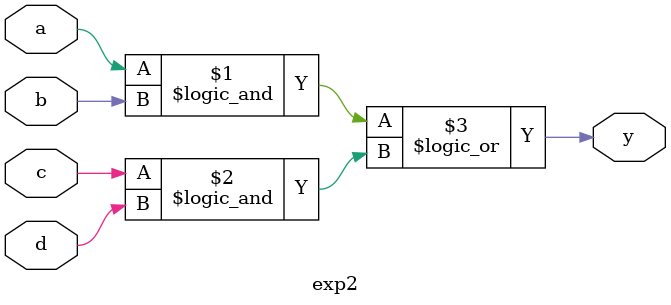
<source format=v>
module exp2(a,b,c,d,y);
    input a,b,c,d;
    output y;
    assign y = (a && b) || (c && d);
endmodule
</source>
